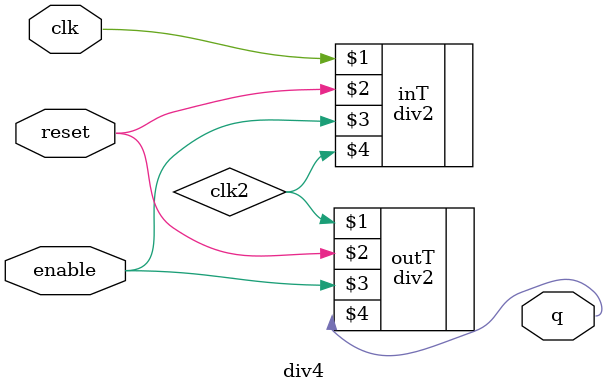
<source format=sv>
module div4(input logic clk, reset, enable, output logic q);

logic clk2;

div2 inT(clk, reset, enable, clk2);
div2 outT(clk2, reset, enable, q);

endmodule

</source>
